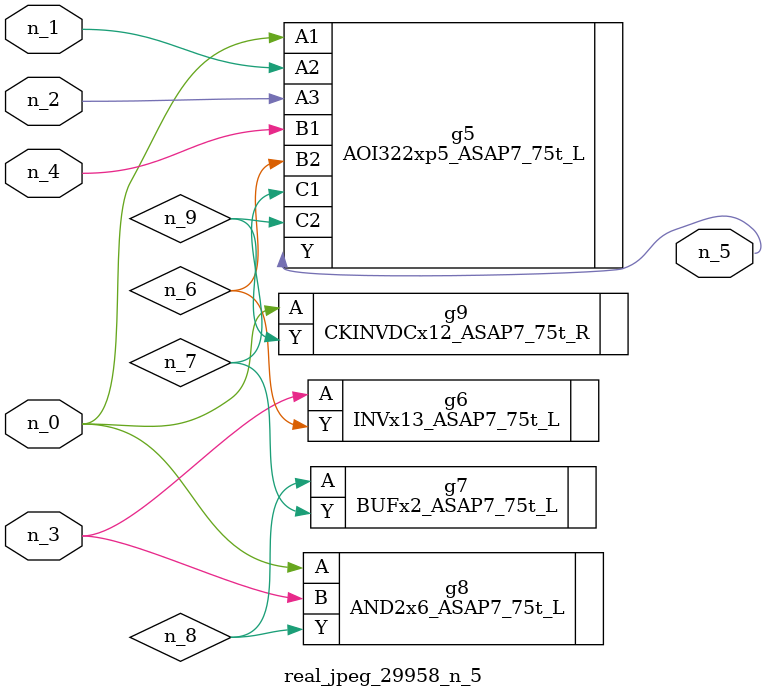
<source format=v>
module real_jpeg_29958_n_5 (n_4, n_0, n_1, n_2, n_3, n_5);

input n_4;
input n_0;
input n_1;
input n_2;
input n_3;

output n_5;

wire n_8;
wire n_6;
wire n_7;
wire n_9;

AOI322xp5_ASAP7_75t_L g5 ( 
.A1(n_0),
.A2(n_1),
.A3(n_2),
.B1(n_4),
.B2(n_6),
.C1(n_7),
.C2(n_9),
.Y(n_5)
);

AND2x6_ASAP7_75t_L g8 ( 
.A(n_0),
.B(n_3),
.Y(n_8)
);

CKINVDCx12_ASAP7_75t_R g9 ( 
.A(n_0),
.Y(n_9)
);

INVx13_ASAP7_75t_L g6 ( 
.A(n_3),
.Y(n_6)
);

BUFx2_ASAP7_75t_L g7 ( 
.A(n_8),
.Y(n_7)
);


endmodule
</source>
